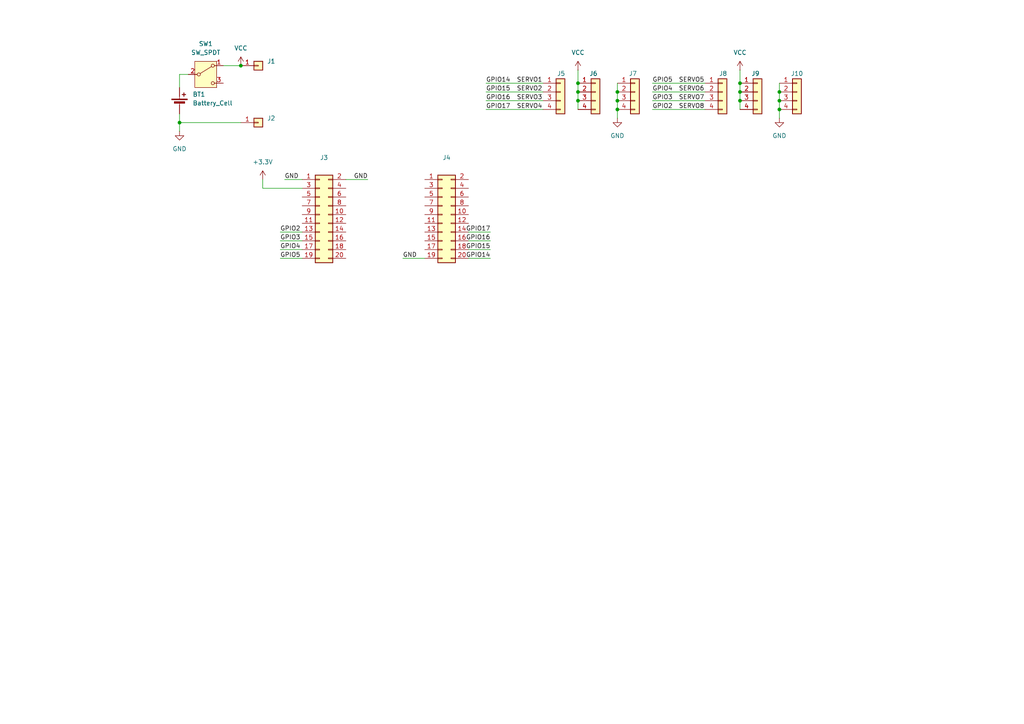
<source format=kicad_sch>
(kicad_sch (version 20250114) (generator "eeschema") (generator_version "9.0")
  (paper "A4")
  (lib_symbols
    (symbol "Connector_Generic:Conn_01x01" (pin_names (offset 1.016) (hide yes))
      (property "Reference" "J" (at 0 2.54 0))
      (property "Value" "Conn_01x01" (at 0 -2.54 0))
      (symbol "Conn_01x01_1_1"
        (rectangle (start -1.27 1.27) (end 1.27 -1.27) (stroke (width 0.254)) (fill (type background)))
        (rectangle (start -1.27 0.127) (end 0 -0.127) (stroke (width 0.1524)))
        (pin passive line (at -5.08 0 0) (length 3.81) (name "Pin_1") (number "1"))
      )
    )
    (symbol "Connector_Generic:Conn_01x04" (pin_names (offset 1.016) (hide yes))
      (property "Reference" "J" (at 0 5.08 0))
      (property "Value" "Conn_01x04" (at 0 -7.62 0))
      (symbol "Conn_01x04_1_1"
        (rectangle (start -1.27 3.81) (end 1.27 -6.35) (stroke (width 0.254)) (fill (type background)))
        (rectangle (start -1.27 2.667) (end 0 2.413) (stroke (width 0.1524)))
        (rectangle (start -1.27 0.127) (end 0 -0.127) (stroke (width 0.1524)))
        (rectangle (start -1.27 -2.413) (end 0 -2.667) (stroke (width 0.1524)))
        (rectangle (start -1.27 -4.953) (end 0 -5.207) (stroke (width 0.1524)))
        (pin passive line (at -5.08 2.54 0) (length 3.81) (name "Pin_1") (number "1"))
        (pin passive line (at -5.08 0 0) (length 3.81) (name "Pin_2") (number "2"))
        (pin passive line (at -5.08 -2.54 0) (length 3.81) (name "Pin_3") (number "3"))
        (pin passive line (at -5.08 -5.08 0) (length 3.81) (name "Pin_4") (number "4"))
      )
    )
    (symbol "Connector_Generic:Conn_02x10_Odd_Even" (pin_names (offset 1.016) (hide yes))
      (property "Reference" "J" (at 1.27 12.7 0))
      (property "Value" "Conn_02x10_Odd_Even" (at 1.27 -15.24 0))
      (symbol "Conn_02x10_Odd_Even_1_1"
        (rectangle (start -1.27 11.43) (end 3.81 -13.97) (stroke (width 0.254)) (fill (type background)))
        (rectangle (start -1.27 10.287) (end 0 10.033) (stroke (width 0.1524)))
        (rectangle (start -1.27 7.747) (end 0 7.493) (stroke (width 0.1524)))
        (rectangle (start -1.27 5.207) (end 0 4.953) (stroke (width 0.1524)))
        (rectangle (start -1.27 2.667) (end 0 2.413) (stroke (width 0.1524)))
        (rectangle (start -1.27 0.127) (end 0 -0.127) (stroke (width 0.1524)))
        (rectangle (start -1.27 -2.413) (end 0 -2.667) (stroke (width 0.1524)))
        (rectangle (start -1.27 -4.953) (end 0 -5.207) (stroke (width 0.1524)))
        (rectangle (start -1.27 -7.493) (end 0 -7.747) (stroke (width 0.1524)))
        (rectangle (start -1.27 -10.033) (end 0 -10.287) (stroke (width 0.1524)))
        (rectangle (start -1.27 -12.573) (end 0 -12.827) (stroke (width 0.1524)))
        (rectangle (start 3.81 10.287) (end 2.54 10.033) (stroke (width 0.1524)))
        (rectangle (start 3.81 7.747) (end 2.54 7.493) (stroke (width 0.1524)))
        (rectangle (start 3.81 5.207) (end 2.54 4.953) (stroke (width 0.1524)))
        (rectangle (start 3.81 2.667) (end 2.54 2.413) (stroke (width 0.1524)))
        (rectangle (start 3.81 0.127) (end 2.54 -0.127) (stroke (width 0.1524)))
        (rectangle (start 3.81 -2.413) (end 2.54 -2.667) (stroke (width 0.1524)))
        (rectangle (start 3.81 -4.953) (end 2.54 -5.207) (stroke (width 0.1524)))
        (rectangle (start 3.81 -7.493) (end 2.54 -7.747) (stroke (width 0.1524)))
        (rectangle (start 3.81 -10.033) (end 2.54 -10.287) (stroke (width 0.1524)))
        (rectangle (start 3.81 -12.573) (end 2.54 -12.827) (stroke (width 0.1524)))
        (pin passive line (at -5.08 10.16 0) (length 3.81) (name "Pin_1") (number "1"))
        (pin passive line (at -5.08 7.62 0) (length 3.81) (name "Pin_3") (number "3"))
        (pin passive line (at -5.08 5.08 0) (length 3.81) (name "Pin_5") (number "5"))
        (pin passive line (at -5.08 2.54 0) (length 3.81) (name "Pin_7") (number "7"))
        (pin passive line (at -5.08 0 0) (length 3.81) (name "Pin_9") (number "9"))
        (pin passive line (at -5.08 -2.54 0) (length 3.81) (name "Pin_11") (number "11"))
        (pin passive line (at -5.08 -5.08 0) (length 3.81) (name "Pin_13") (number "13"))
        (pin passive line (at -5.08 -7.62 0) (length 3.81) (name "Pin_15") (number "15"))
        (pin passive line (at -5.08 -10.16 0) (length 3.81) (name "Pin_17") (number "17"))
        (pin passive line (at -5.08 -12.7 0) (length 3.81) (name "Pin_19") (number "19"))
        (pin passive line (at 7.62 10.16 180) (length 3.81) (name "Pin_2") (number "2"))
        (pin passive line (at 7.62 7.62 180) (length 3.81) (name "Pin_4") (number "4"))
        (pin passive line (at 7.62 5.08 180) (length 3.81) (name "Pin_6") (number "6"))
        (pin passive line (at 7.62 2.54 180) (length 3.81) (name "Pin_8") (number "8"))
        (pin passive line (at 7.62 0 180) (length 3.81) (name "Pin_10") (number "10"))
        (pin passive line (at 7.62 -2.54 180) (length 3.81) (name "Pin_12") (number "12"))
        (pin passive line (at 7.62 -5.08 180) (length 3.81) (name "Pin_14") (number "14"))
        (pin passive line (at 7.62 -7.62 180) (length 3.81) (name "Pin_16") (number "16"))
        (pin passive line (at 7.62 -10.16 180) (length 3.81) (name "Pin_18") (number "18"))
        (pin passive line (at 7.62 -12.7 180) (length 3.81) (name "Pin_20") (number "20"))
      )
    )
    (symbol "Device:Battery_Cell" (pin_numbers (hide yes)) (pin_names (offset 0) (hide yes))
      (property "Reference" "BT" (at 2.54 2.54 0))
      (property "Value" "Battery_Cell" (at 2.54 0 0))
      (symbol "Battery_Cell_0_1"
        (rectangle (start -2.286 1.778) (end 2.286 1.524) (fill (type outline)))
        (rectangle (start -1.524 1.016) (end 1.524 0.508) (fill (type outline)))
        (polyline (pts (xy 0 1.778) (xy 0 2.54)))
        (polyline (pts (xy 0 0.762) (xy 0 0)))
        (polyline (pts (xy 0.762 3.048) (xy 1.778 3.048)) (stroke (width 0.254)))
        (polyline (pts (xy 1.27 3.556) (xy 1.27 2.54)) (stroke (width 0.254)))
      )
      (symbol "Battery_Cell_1_1"
        (pin passive line (at 0 5.08 270) (length 2.54) (name "+") (number "1"))
        (pin passive line (at 0 -2.54 90) (length 2.54) (name "-") (number "2"))
      )
    )
    (symbol "Switch:SW_SPDT" (pin_names (offset 0) (hide yes))
      (property "Reference" "SW" (at 0 5.08 0))
      (property "Value" "SW_SPDT" (at 0 -5.08 0))
      (symbol "SW_SPDT_0_1"
        (circle (center -2.032 0) (radius 0.4572))
        (polyline (pts (xy -1.651 0.254) (xy 1.651 2.286)))
        (circle (center 2.032 2.54) (radius 0.4572))
        (circle (center 2.032 -2.54) (radius 0.4572))
      )
      (symbol "SW_SPDT_1_1"
        (rectangle (start -3.175 3.81) (end 3.175 -3.81) (fill (type background)))
        (pin passive line (at -5.08 0 0) (length 2.54) (name "B") (number "2"))
        (pin passive line (at 5.08 2.54 180) (length 2.54) (name "A") (number "1"))
        (pin passive line (at 5.08 -2.54 180) (length 2.54) (name "C") (number "3"))
      )
    )
    (symbol "power:+3.3V" (power) (pin_numbers (hide yes)) (pin_names (offset 0) (hide yes))
      (property "Value" "+3.3V" (at 0 3.556 0))
      (symbol "+3.3V_0_1"
        (polyline (pts (xy -0.762 1.27) (xy 0 2.54)))
        (polyline (pts (xy 0 2.54) (xy 0.762 1.27)))
        (polyline (pts (xy 0 0) (xy 0 2.54)))
      )
      (symbol "+3.3V_1_1"
        (pin power_in line (at 0 0 90) (length 0) (name "~") (number "1"))
      )
    )
    (symbol "power:GND" (power) (pin_numbers (hide yes)) (pin_names (offset 0) (hide yes))
      (property "Value" "GND" (at 0 -3.81 0))
      (symbol "GND_0_1"
        (polyline (pts (xy 0 0) (xy 0 -1.27) (xy 1.27 -1.27) (xy 0 -2.54) (xy -1.27 -1.27) (xy 0 -1.27)))
      )
      (symbol "GND_1_1"
        (pin power_in line (at 0 0 270) (length 0) (name "~") (number "1"))
      )
    )
    (symbol "power:VCC" (power) (pin_numbers (hide yes)) (pin_names (offset 0) (hide yes))
      (property "Value" "VCC" (at 0 3.556 0))
      (symbol "VCC_0_1"
        (polyline (pts (xy -0.762 1.27) (xy 0 2.54)))
        (polyline (pts (xy 0 2.54) (xy 0.762 1.27)))
        (polyline (pts (xy 0 0) (xy 0 2.54)))
      )
      (symbol "VCC_1_1"
        (pin power_in line (at 0 0 90) (length 0) (name "~") (number "1"))
      )
    )
  )
  (junction (at 226.06 29.21))
  (junction (at 69.85 19.05))
  (junction (at 226.06 26.67))
  (junction (at 167.64 26.67))
  (junction (at 167.64 29.21))
  (junction (at 179.07 31.75))
  (junction (at 167.64 24.13))
  (junction (at 179.07 29.21))
  (junction (at 226.06 31.75))
  (junction (at 179.07 26.67))
  (junction (at 214.63 26.67))
  (junction (at 214.63 29.21))
  (junction (at 52.07 35.56))
  (junction (at 214.63 24.13))
  (wire (pts (xy 81.28 74.93) (xy 87.63 74.93)))
  (wire (pts (xy 52.07 25.4) (xy 52.07 21.59)))
  (wire (pts (xy 100.33 52.07) (xy 106.68 52.07)))
  (wire (pts (xy 189.23 26.67) (xy 204.47 26.67)))
  (wire (pts (xy 189.23 31.75) (xy 204.47 31.75)))
  (wire (pts (xy 81.28 67.31) (xy 87.63 67.31)))
  (wire (pts (xy 135.89 69.85) (xy 142.24 69.85)))
  (wire (pts (xy 135.89 72.39) (xy 142.24 72.39)))
  (wire (pts (xy 135.89 74.93) (xy 142.24 74.93)))
  (wire (pts (xy 179.07 26.67) (xy 179.07 29.21)))
  (wire (pts (xy 52.07 33.02) (xy 52.07 35.56)))
  (wire (pts (xy 214.63 29.21) (xy 214.63 31.75)))
  (wire (pts (xy 167.64 20.32) (xy 167.64 24.13)))
  (wire (pts (xy 167.64 24.13) (xy 167.64 26.67)))
  (wire (pts (xy 52.07 21.59) (xy 54.61 21.59)))
  (wire (pts (xy 140.97 29.21) (xy 157.48 29.21)))
  (wire (pts (xy 179.07 29.21) (xy 179.07 31.75)))
  (wire (pts (xy 81.28 72.39) (xy 87.63 72.39)))
  (wire (pts (xy 189.23 24.13) (xy 204.47 24.13)))
  (wire (pts (xy 82.55 52.07) (xy 87.63 52.07)))
  (wire (pts (xy 135.89 67.31) (xy 142.24 67.31)))
  (wire (pts (xy 167.64 29.21) (xy 167.64 31.75)))
  (wire (pts (xy 179.07 31.75) (xy 179.07 34.29)))
  (wire (pts (xy 214.63 24.13) (xy 214.63 26.67)))
  (wire (pts (xy 226.06 26.67) (xy 226.06 29.21)))
  (wire (pts (xy 140.97 24.13) (xy 157.48 24.13)))
  (wire (pts (xy 76.2 54.61) (xy 87.63 54.61)))
  (wire (pts (xy 76.2 52.07) (xy 76.2 54.61)))
  (wire (pts (xy 189.23 29.21) (xy 204.47 29.21)))
  (wire (pts (xy 140.97 31.75) (xy 157.48 31.75)))
  (wire (pts (xy 52.07 35.56) (xy 52.07 38.1)))
  (wire (pts (xy 226.06 29.21) (xy 226.06 31.75)))
  (wire (pts (xy 226.06 31.75) (xy 226.06 34.29)))
  (wire (pts (xy 140.97 26.67) (xy 157.48 26.67)))
  (wire (pts (xy 52.07 35.56) (xy 69.85 35.56)))
  (wire (pts (xy 179.07 24.13) (xy 179.07 26.67)))
  (wire (pts (xy 226.06 24.13) (xy 226.06 26.67)))
  (wire (pts (xy 214.63 20.32) (xy 214.63 24.13)))
  (wire (pts (xy 167.64 26.67) (xy 167.64 29.21)))
  (wire (pts (xy 81.28 69.85) (xy 87.63 69.85)))
  (wire (pts (xy 116.84 74.93) (xy 123.19 74.93)))
  (wire (pts (xy 214.63 26.67) (xy 214.63 29.21)))
  (wire (pts (xy 64.77 19.05) (xy 69.85 19.05)))
  (label "GPIO5" (at 81.28 74.93 0))
  (label "GPIO4" (at 81.28 72.39 0))
  (label "GPIO2" (at 189.23 31.75 0))
  (label "GND" (at 116.84 74.93 0))
  (label "SERVO1" (at 149.86 24.13 0))
  (label "SERVO6" (at 196.85 26.67 0))
  (label "GND" (at 82.55 52.07 0))
  (label "GPIO17" (at 140.97 31.75 0))
  (label "GPIO14" (at 140.97 24.13 0))
  (label "GPIO15" (at 140.97 26.67 0))
  (label "GPIO16" (at 140.97 29.21 0))
  (label "SERVO3" (at 149.86 29.21 0))
  (label "GPIO4" (at 189.23 26.67 0))
  (label "SERVO8" (at 196.85 31.75 0))
  (label "SERVO5" (at 196.85 24.13 0))
  (label "GND" (at 106.68 52.07 180))
  (label "SERVO7" (at 196.85 29.21 0))
  (label "SERVO2" (at 149.86 26.67 0))
  (label "GPIO3" (at 189.23 29.21 0))
  (label "GPIO14" (at 142.24 74.93 180))
  (label "GPIO17" (at 142.24 67.31 180))
  (label "GPIO15" (at 142.24 72.39 180))
  (label "GPIO16" (at 142.24 69.85 180))
  (label "GPIO5" (at 189.23 24.13 0))
  (label "SERVO4" (at 149.86 31.75 0))
  (label "GPIO3" (at 81.28 69.85 0))
  (label "GPIO2" (at 81.28 67.31 0))
  (symbol (lib_id "Device:Battery_Cell") (at 52.07 30.48 0) (unit 1)
    (property "Reference" "BT1" (at 55.88 27.3684 0) (effects (justify left)))
    (property "Value" "Battery_Cell" (at 55.88 29.9084 0) (effects (justify left)))
    (property "Footprint" "Battery:BatteryHolder_Bulgin_BX0123_1xCR123" (effects (hide yes)))
    (property "Description" "Single-cell battery" (effects (hide yes)))
  )
  (symbol (lib_id "Connector_Generic:Conn_01x04") (at 184.15 26.67 0) (unit 1)
    (property "Reference" "J7" (at 182.372 21.336 0) (effects (justify left)))
    (property "Value" "Conn_01x04" (effects (hide yes)))
    (property "Footprint" "Connector_PinHeader_2.54mm:PinHeader_1x04_P2.54mm_Vertical" (effects (hide yes)))
    (property "Description" "Generic connector, single row, 01x04, script generated (kicad-library-utils/schlib/autogen/connector/)" (effects (hide yes)))
  )
  (symbol (lib_id "Connector_Generic:Conn_01x04") (at 219.71 26.67 0) (unit 1)
    (property "Reference" "J9" (at 217.932 21.336 0) (effects (justify left)))
    (property "Value" "Conn_01x04" (effects (hide yes)))
    (property "Footprint" "Connector_PinHeader_2.54mm:PinHeader_1x04_P2.54mm_Vertical" (effects (hide yes)))
    (property "Description" "Generic connector, single row, 01x04, script generated (kicad-library-utils/schlib/autogen/connector/)" (effects (hide yes)))
  )
  (symbol (lib_id "power:GND") (at 226.06 34.29 0) (unit 1)
    (property "Reference" "#PWR07" (effects (hide yes)))
    (property "Value" "GND" (at 226.06 39.37 0))
    (property "Description" "Power symbol creates a global label with name \"GND\" , ground" (effects (hide yes)))
  )
  (symbol (lib_id "Connector_Generic:Conn_01x04") (at 162.56 26.67 0) (unit 1)
    (property "Reference" "J5" (at 161.544 21.336 0) (effects (justify left)))
    (property "Value" "Conn_01x04" (effects (hide yes)))
    (property "Footprint" "Connector_PinHeader_2.54mm:PinHeader_1x04_P2.54mm_Horizontal" (effects (hide yes)))
    (property "Description" "Generic connector, single row, 01x04, script generated (kicad-library-utils/schlib/autogen/connector/)" (effects (hide yes)))
  )
  (symbol (lib_id "power:GND") (at 179.07 34.29 0) (unit 1)
    (property "Reference" "#PWR04" (effects (hide yes)))
    (property "Value" "GND" (at 179.07 39.37 0))
    (property "Description" "Power symbol creates a global label with name \"GND\" , ground" (effects (hide yes)))
  )
  (symbol (lib_id "Connector_Generic:Conn_02x10_Odd_Even") (at 128.27 62.23 0) (unit 1)
    (property "Reference" "J4" (at 129.54 45.72 0))
    (property "Value" "Conn_02x10_Odd_Even" (effects (hide yes)))
    (property "Footprint" "Connector_PinHeader_1.27mm:PinHeader_2x10_P1.27mm_Vertical_SMD" (effects (hide yes)))
    (property "Description" "Generic connector, double row, 02x10, odd/even pin numbering scheme (row 1 odd numbers, row 2 even numbers), script generated (kicad-library-utils/schlib/autogen/connector/)" (effects (hide yes)))
  )
  (symbol (lib_id "Connector_Generic:Conn_01x01") (at 74.93 35.56 0) (unit 1)
    (property "Reference" "J2" (at 77.47 34.2899 0) (effects (justify left)))
    (property "Value" "Conn_01x01" (effects (hide yes)))
    (property "Footprint" "Connector_Wire:SolderWirePad_1x01_SMD_2x4mm" (effects (hide yes)))
    (property "Description" "Generic connector, single row, 01x01, script generated (kicad-library-utils/schlib/autogen/connector/)" (effects (hide yes)))
  )
  (symbol (lib_id "power:VCC") (at 167.64 20.32 0) (unit 1)
    (property "Reference" "#PWR05" (effects (hide yes)))
    (property "Value" "VCC" (at 167.64 15.24 0))
    (property "Description" "Power symbol creates a global label with name \"VCC\"" (effects (hide yes)))
  )
  (symbol (lib_id "Connector_Generic:Conn_01x04") (at 172.72 26.67 0) (unit 1)
    (property "Reference" "J6" (at 170.942 21.336 0) (effects (justify left)))
    (property "Value" "Conn_01x04" (effects (hide yes)))
    (property "Footprint" "Connector_PinHeader_2.54mm:PinHeader_1x04_P2.54mm_Vertical" (effects (hide yes)))
    (property "Description" "Generic connector, single row, 01x04, script generated (kicad-library-utils/schlib/autogen/connector/)" (effects (hide yes)))
  )
  (symbol (lib_id "Connector_Generic:Conn_01x04") (at 231.14 26.67 0) (unit 1)
    (property "Reference" "J10" (at 229.362 21.336 0) (effects (justify left)))
    (property "Value" "Conn_01x04" (effects (hide yes)))
    (property "Footprint" "Connector_PinHeader_2.54mm:PinHeader_1x04_P2.54mm_Vertical" (effects (hide yes)))
    (property "Description" "Generic connector, single row, 01x04, script generated (kicad-library-utils/schlib/autogen/connector/)" (effects (hide yes)))
  )
  (symbol (lib_id "power:+3.3V") (at 76.2 52.07 0) (unit 1)
    (property "Reference" "#PWR02" (effects (hide yes)))
    (property "Value" "+3.3V" (at 76.2 46.99 0))
    (property "Description" "Power symbol creates a global label with name \"+3.3V\"" (effects (hide yes)))
  )
  (symbol (lib_id "Connector_Generic:Conn_01x04") (at 209.55 26.67 0) (unit 1)
    (property "Reference" "J8" (at 208.534 21.336 0) (effects (justify left)))
    (property "Value" "Conn_01x04" (effects (hide yes)))
    (property "Footprint" "Connector_PinHeader_2.54mm:PinHeader_1x04_P2.54mm_Horizontal" (effects (hide yes)))
    (property "Description" "Generic connector, single row, 01x04, script generated (kicad-library-utils/schlib/autogen/connector/)" (effects (hide yes)))
  )
  (symbol (lib_id "Connector_Generic:Conn_01x01") (at 74.93 19.05 0) (unit 1)
    (property "Reference" "J1" (at 77.47 17.7799 0) (effects (justify left)))
    (property "Value" "Conn_01x01" (effects (hide yes)))
    (property "Footprint" "Connector_Wire:SolderWirePad_1x01_SMD_2x4mm" (effects (hide yes)))
    (property "Description" "Generic connector, single row, 01x01, script generated (kicad-library-utils/schlib/autogen/connector/)" (effects (hide yes)))
  )
  (symbol (lib_id "power:VCC") (at 214.63 20.32 0) (unit 1)
    (property "Reference" "#PWR06" (effects (hide yes)))
    (property "Value" "VCC" (at 214.63 15.24 0))
    (property "Description" "Power symbol creates a global label with name \"VCC\"" (effects (hide yes)))
  )
  (symbol (lib_id "Switch:SW_SPDT") (at 59.69 21.59 0) (unit 1)
    (property "Reference" "SW1" (at 59.69 12.7 0))
    (property "Value" "SW_SPDT" (at 59.69 15.24 0))
    (property "Footprint" "Shurik personal:SW_SPDT_GSWITCH_MS-22D28" (effects (hide yes)))
    (property "Description" "Switch, single pole double throw" (effects (hide yes)))
  )
  (symbol (lib_id "power:GND") (at 52.07 38.1 0) (unit 1)
    (property "Reference" "#PWR01" (effects (hide yes)))
    (property "Value" "GND" (at 52.07 43.18 0))
    (property "Description" "Power symbol creates a global label with name \"GND\" , ground" (effects (hide yes)))
  )
  (symbol (lib_id "power:VCC") (at 69.85 19.05 0) (unit 1)
    (property "Reference" "#PWR03" (effects (hide yes)))
    (property "Value" "VCC" (at 69.85 13.97 0))
    (property "Description" "Power symbol creates a global label with name \"VCC\"" (effects (hide yes)))
  )
  (symbol (lib_id "Connector_Generic:Conn_02x10_Odd_Even") (at 92.71 62.23 0) (unit 1)
    (property "Reference" "J3" (at 93.98 45.72 0))
    (property "Value" "Conn_02x10_Odd_Even" (effects (hide yes)))
    (property "Footprint" "Connector_PinHeader_1.27mm:PinHeader_2x10_P1.27mm_Vertical_SMD" (effects (hide yes)))
    (property "Description" "Generic connector, double row, 02x10, odd/even pin numbering scheme (row 1 odd numbers, row 2 even numbers), script generated (kicad-library-utils/schlib/autogen/connector/)" (effects (hide yes)))
  )
)
</source>
